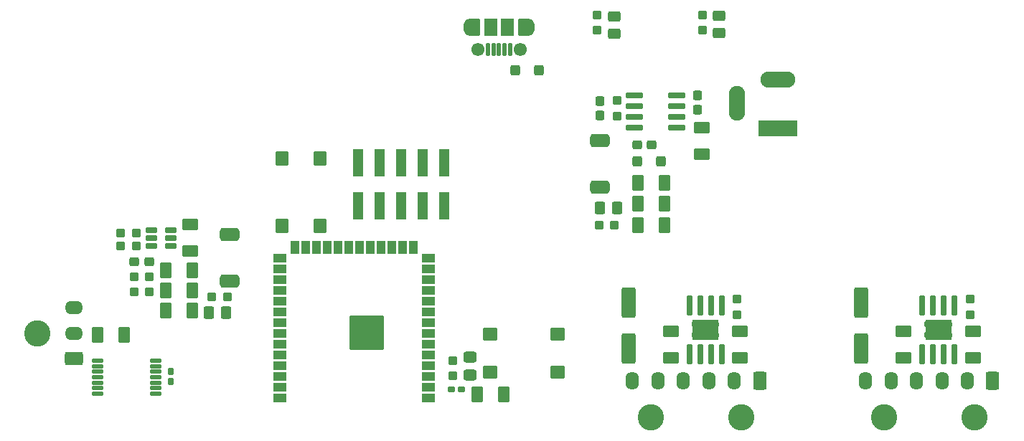
<source format=gbr>
%TF.GenerationSoftware,KiCad,Pcbnew,9.0.0*%
%TF.CreationDate,2025-02-23T12:00:01-08:00*%
%TF.ProjectId,four_way_rotator,666f7572-5f77-4617-995f-726f7461746f,rev?*%
%TF.SameCoordinates,Original*%
%TF.FileFunction,Soldermask,Top*%
%TF.FilePolarity,Negative*%
%FSLAX46Y46*%
G04 Gerber Fmt 4.6, Leading zero omitted, Abs format (unit mm)*
G04 Created by KiCad (PCBNEW 9.0.0) date 2025-02-23 12:00:01*
%MOMM*%
%LPD*%
G01*
G04 APERTURE LIST*
G04 Aperture macros list*
%AMRoundRect*
0 Rectangle with rounded corners*
0 $1 Rounding radius*
0 $2 $3 $4 $5 $6 $7 $8 $9 X,Y pos of 4 corners*
0 Add a 4 corners polygon primitive as box body*
4,1,4,$2,$3,$4,$5,$6,$7,$8,$9,$2,$3,0*
0 Add four circle primitives for the rounded corners*
1,1,$1+$1,$2,$3*
1,1,$1+$1,$4,$5*
1,1,$1+$1,$6,$7*
1,1,$1+$1,$8,$9*
0 Add four rect primitives between the rounded corners*
20,1,$1+$1,$2,$3,$4,$5,0*
20,1,$1+$1,$4,$5,$6,$7,0*
20,1,$1+$1,$6,$7,$8,$9,0*
20,1,$1+$1,$8,$9,$2,$3,0*%
G04 Aperture macros list end*
%ADD10RoundRect,0.269169X-0.444131X-0.681631X0.444131X-0.681631X0.444131X0.681631X-0.444131X0.681631X0*%
%ADD11RoundRect,0.269169X-0.681631X0.444131X-0.681631X-0.444131X0.681631X-0.444131X0.681631X0.444131X0*%
%ADD12RoundRect,0.272087X0.353713X0.478713X-0.353713X0.478713X-0.353713X-0.478713X0.353713X-0.478713X0*%
%ADD13RoundRect,0.050800X-0.600000X-0.200000X0.600000X-0.200000X0.600000X0.200000X-0.600000X0.200000X0*%
%ADD14RoundRect,0.262900X-0.275400X-0.262900X0.275400X-0.262900X0.275400X0.262900X-0.275400X0.262900X0*%
%ADD15RoundRect,0.262900X-0.262900X0.325400X-0.262900X-0.325400X0.262900X-0.325400X0.262900X0.325400X0*%
%ADD16RoundRect,0.269169X0.444131X0.681631X-0.444131X0.681631X-0.444131X-0.681631X0.444131X-0.681631X0*%
%ADD17RoundRect,0.070000X-0.250000X1.100000X-0.250000X-1.100000X0.250000X-1.100000X0.250000X1.100000X0*%
%ADD18R,3.100000X2.400000*%
%ADD19C,0.770000*%
%ADD20RoundRect,0.185400X-0.222900X-0.185400X0.222900X-0.185400X0.222900X0.185400X-0.222900X0.185400X0*%
%ADD21RoundRect,0.272087X-0.478713X0.353713X-0.478713X-0.353713X0.478713X-0.353713X0.478713X0.353713X0*%
%ADD22RoundRect,0.050800X2.200000X0.900000X-2.200000X0.900000X-2.200000X-0.900000X2.200000X-0.900000X0*%
%ADD23O,4.101600X1.901600*%
%ADD24O,1.901600X4.101600*%
%ADD25C,3.101600*%
%ADD26RoundRect,0.266934X0.793866X-0.533866X0.793866X0.533866X-0.793866X0.533866X-0.793866X-0.533866X0*%
%ADD27O,2.121600X1.601600*%
%ADD28RoundRect,0.050800X0.500000X-1.575000X0.500000X1.575000X-0.500000X1.575000X-0.500000X-1.575000X0*%
%ADD29RoundRect,0.262900X-0.262900X0.275400X-0.262900X-0.275400X0.262900X-0.275400X0.262900X0.275400X0*%
%ADD30RoundRect,0.273091X0.327709X0.327709X-0.327709X0.327709X-0.327709X-0.327709X0.327709X-0.327709X0*%
%ADD31RoundRect,0.175400X0.850400X0.175400X-0.850400X0.175400X-0.850400X-0.175400X0.850400X-0.175400X0*%
%ADD32RoundRect,0.265875X0.584925X-1.534925X0.584925X1.534925X-0.584925X1.534925X-0.584925X-1.534925X0*%
%ADD33RoundRect,0.050800X0.800000X0.700000X-0.800000X0.700000X-0.800000X-0.700000X0.800000X-0.700000X0*%
%ADD34RoundRect,0.262900X0.275400X0.262900X-0.275400X0.262900X-0.275400X-0.262900X0.275400X-0.262900X0*%
%ADD35RoundRect,0.050800X0.200000X0.675000X-0.200000X0.675000X-0.200000X-0.675000X0.200000X-0.675000X0*%
%ADD36O,1.301600X2.001600*%
%ADD37RoundRect,0.050800X0.600000X0.950000X-0.600000X0.950000X-0.600000X-0.950000X0.600000X-0.950000X0*%
%ADD38C,1.551600*%
%ADD39RoundRect,0.050800X0.750000X0.950000X-0.750000X0.950000X-0.750000X-0.950000X0.750000X-0.950000X0*%
%ADD40RoundRect,0.175400X0.537900X0.175400X-0.537900X0.175400X-0.537900X-0.175400X0.537900X-0.175400X0*%
%ADD41RoundRect,0.262900X0.262900X-0.275400X0.262900X0.275400X-0.262900X0.275400X-0.262900X-0.275400X0*%
%ADD42RoundRect,0.185400X-0.185400X0.222900X-0.185400X-0.222900X0.185400X-0.222900X0.185400X0.222900X0*%
%ADD43RoundRect,0.050800X0.700000X-0.800000X0.700000X0.800000X-0.700000X0.800000X-0.700000X-0.800000X0*%
%ADD44RoundRect,0.272087X0.478713X-0.353713X0.478713X0.353713X-0.478713X0.353713X-0.478713X-0.353713X0*%
%ADD45RoundRect,0.262900X-0.325400X-0.262900X0.325400X-0.262900X0.325400X0.262900X-0.325400X0.262900X0*%
%ADD46RoundRect,0.262900X0.325400X0.262900X-0.325400X0.262900X-0.325400X-0.262900X0.325400X-0.262900X0*%
%ADD47RoundRect,0.050800X0.750000X0.450000X-0.750000X0.450000X-0.750000X-0.450000X0.750000X-0.450000X0*%
%ADD48RoundRect,0.050800X-0.750000X-0.450000X0.750000X-0.450000X0.750000X0.450000X-0.750000X0.450000X0*%
%ADD49RoundRect,0.050800X0.450000X-0.750000X0.450000X0.750000X-0.450000X0.750000X-0.450000X-0.750000X0*%
%ADD50C,0.701600*%
%ADD51RoundRect,0.050800X1.950000X-1.950000X1.950000X1.950000X-1.950000X1.950000X-1.950000X-1.950000X0*%
%ADD52RoundRect,0.400400X-0.750400X0.400400X-0.750400X-0.400400X0.750400X-0.400400X0.750400X0.400400X0*%
%ADD53RoundRect,0.273091X-0.327709X-0.327709X0.327709X-0.327709X0.327709X0.327709X-0.327709X0.327709X0*%
%ADD54RoundRect,0.271617X0.504183X-0.366683X0.504183X0.366683X-0.504183X0.366683X-0.504183X-0.366683X0*%
%ADD55RoundRect,0.266934X0.533866X0.793866X-0.533866X0.793866X-0.533866X-0.793866X0.533866X-0.793866X0*%
%ADD56O,1.601600X2.121600*%
G04 APERTURE END LIST*
D10*
%TO.C,C5*%
X165425000Y-80700000D03*
X162300000Y-80700000D03*
%TD*%
%TO.C,C7*%
X165425000Y-75700000D03*
X162300000Y-75700000D03*
%TD*%
%TO.C,C8*%
X165425000Y-78200000D03*
X162300000Y-78200000D03*
%TD*%
D11*
%TO.C,C10*%
X169800000Y-72325000D03*
X169800000Y-69200000D03*
%TD*%
D12*
%TO.C,D6*%
X113731127Y-91000000D03*
X111681127Y-91000000D03*
%TD*%
D13*
%TO.C,U3*%
X98500000Y-96700000D03*
X98500000Y-97350000D03*
X98500000Y-98000000D03*
X98500000Y-98650000D03*
X98500000Y-99300000D03*
X98500000Y-99950000D03*
X98500000Y-100600000D03*
X105400000Y-100600000D03*
X105400000Y-99950000D03*
X105400000Y-99300000D03*
X105400000Y-98650000D03*
X105400000Y-98000000D03*
X105400000Y-97350000D03*
X105400000Y-96700000D03*
%TD*%
D14*
%TO.C,R3*%
X101256127Y-81600000D03*
X103081127Y-81600000D03*
%TD*%
D15*
%TO.C,C6*%
X157800000Y-66050000D03*
X157800000Y-67775000D03*
%TD*%
D16*
%TO.C,C13*%
X101675000Y-93650000D03*
X98550000Y-93650000D03*
%TD*%
D14*
%TO.C,R4*%
X102831127Y-88600000D03*
X104656127Y-88600000D03*
%TD*%
%TO.C,R5*%
X102831127Y-86800000D03*
X104656127Y-86800000D03*
%TD*%
D17*
%TO.C,U5*%
X168345000Y-95925000D03*
D18*
X170250000Y-93050000D03*
D17*
X172155000Y-90175000D03*
X170885000Y-90175000D03*
X169615000Y-90175000D03*
X168345000Y-90175000D03*
X169615000Y-95925000D03*
X170885000Y-95925000D03*
X172155000Y-95925000D03*
D19*
X171550000Y-92400000D03*
X170250000Y-92400000D03*
X168950000Y-92400000D03*
X171550000Y-93700000D03*
X170250000Y-93700000D03*
X168950000Y-93700000D03*
%TD*%
D20*
%TO.C,R12*%
X140255000Y-100090000D03*
X141450000Y-100090000D03*
%TD*%
D21*
%TO.C,D2*%
X159500000Y-56050000D03*
X159500000Y-58100000D03*
%TD*%
D22*
%TO.C,J3*%
X178800000Y-69300000D03*
D23*
X178800000Y-63500000D03*
D24*
X174000000Y-66300000D03*
%TD*%
D25*
%TO.C,J4*%
X91450000Y-93450000D03*
D26*
X95770000Y-96450000D03*
D27*
X95770000Y-93450000D03*
X95770000Y-90450000D03*
%TD*%
D28*
%TO.C,J2*%
X129240000Y-78400000D03*
X129240000Y-73350000D03*
X131780000Y-78400000D03*
X131780000Y-73350000D03*
X134320000Y-78400000D03*
X134320000Y-73350000D03*
X136860000Y-78400000D03*
X136860000Y-73350000D03*
X139400000Y-78400000D03*
X139400000Y-73350000D03*
%TD*%
D29*
%TO.C,R14*%
X201450000Y-89425000D03*
X201450000Y-91250000D03*
%TD*%
D30*
%TO.C,D1*%
X150600000Y-62400000D03*
X147800000Y-62400000D03*
%TD*%
D31*
%TO.C,U2*%
X166842500Y-67930000D03*
X166842500Y-69200000D03*
X166842500Y-66660000D03*
X166842500Y-65390000D03*
X161892500Y-65390000D03*
X161892500Y-66660000D03*
X161892500Y-67930000D03*
X161892500Y-69200000D03*
%TD*%
D32*
%TO.C,C16*%
X161155000Y-95250000D03*
X161155000Y-89850000D03*
%TD*%
D33*
%TO.C,SW2*%
X144850000Y-93590000D03*
X152850000Y-93590000D03*
X144850000Y-98090000D03*
X152850000Y-98090000D03*
%TD*%
D11*
%TO.C,C17*%
X166155000Y-96332500D03*
X166155000Y-93207500D03*
%TD*%
D34*
%TO.C,R6*%
X103081127Y-83200000D03*
X101256127Y-83200000D03*
%TD*%
D35*
%TO.C,J1*%
X147200000Y-60000000D03*
X146550000Y-60000000D03*
X145900000Y-60000000D03*
X145250000Y-60000000D03*
X144600000Y-60000000D03*
D36*
X149400000Y-57300000D03*
D37*
X148800000Y-57300000D03*
D38*
X148400000Y-60000000D03*
D39*
X146900000Y-57300000D03*
X144900000Y-57300000D03*
D38*
X143400000Y-60000000D03*
D37*
X143000000Y-57300000D03*
D36*
X142400000Y-57300000D03*
%TD*%
D40*
%TO.C,U1*%
X107156127Y-81300000D03*
X107156127Y-83200000D03*
X107156127Y-82250000D03*
X104881127Y-81300000D03*
X104881127Y-82250000D03*
X104881127Y-83200000D03*
%TD*%
D41*
%TO.C,R2*%
X169900000Y-57712500D03*
X169900000Y-55887500D03*
%TD*%
D42*
%TO.C,R10*%
X107200000Y-98005000D03*
X107200000Y-99200000D03*
%TD*%
D41*
%TO.C,R7*%
X159800000Y-67825000D03*
X159800000Y-66000000D03*
%TD*%
D15*
%TO.C,C11*%
X169300000Y-65382500D03*
X169300000Y-67107500D03*
%TD*%
D14*
%TO.C,R8*%
X157712500Y-80700000D03*
X159537500Y-80700000D03*
%TD*%
D16*
%TO.C,C4*%
X109713627Y-86000000D03*
X106588627Y-86000000D03*
%TD*%
D11*
%TO.C,C19*%
X174355000Y-93207500D03*
X174355000Y-96332500D03*
%TD*%
D43*
%TO.C,SW1*%
X124800000Y-72800000D03*
X124800000Y-80800000D03*
X120300000Y-72800000D03*
X120300000Y-80800000D03*
%TD*%
D44*
%TO.C,D3*%
X171900000Y-58000000D03*
X171900000Y-55950000D03*
%TD*%
D16*
%TO.C,C3*%
X109713627Y-88400000D03*
X106588627Y-88400000D03*
%TD*%
D11*
%TO.C,C21*%
X193650000Y-96332500D03*
X193650000Y-93207500D03*
%TD*%
D14*
%TO.C,R9*%
X112038627Y-89200000D03*
X113863627Y-89200000D03*
%TD*%
D16*
%TO.C,C12*%
X109713627Y-90800000D03*
X106588627Y-90800000D03*
%TD*%
D11*
%TO.C,C20*%
X201850000Y-93207500D03*
X201850000Y-96332500D03*
%TD*%
D45*
%TO.C,C2*%
X102881127Y-85000000D03*
X104606127Y-85000000D03*
%TD*%
D46*
%TO.C,C9*%
X163895000Y-71200000D03*
X162170000Y-71200000D03*
%TD*%
D11*
%TO.C,C1*%
X109481127Y-80600000D03*
X109481127Y-83725000D03*
%TD*%
D12*
%TO.C,D5*%
X159850000Y-78700000D03*
X157800000Y-78700000D03*
%TD*%
D47*
%TO.C,U4*%
X120050000Y-92210000D03*
X120050000Y-93480000D03*
X137550000Y-101100000D03*
X137550000Y-99830000D03*
X137550000Y-98560000D03*
X137550000Y-97290000D03*
X137550000Y-96020000D03*
X137550000Y-94750000D03*
X137550000Y-93480000D03*
X137550000Y-92210000D03*
X137550000Y-90940000D03*
X137550000Y-89670000D03*
X137550000Y-88400000D03*
X137550000Y-87130000D03*
X137550000Y-85860000D03*
D48*
X137550000Y-84590000D03*
D49*
X135785000Y-83340000D03*
X134515000Y-83340000D03*
X133245000Y-83340000D03*
X131975000Y-83340000D03*
X130705000Y-83340000D03*
X129435000Y-83340000D03*
X128165000Y-83340000D03*
X126895000Y-83340000D03*
X125625000Y-83340000D03*
X124355000Y-83340000D03*
X123085000Y-83340000D03*
X121815000Y-83340000D03*
D47*
X120050000Y-84590000D03*
X120050000Y-85860000D03*
X120050000Y-87130000D03*
X120050000Y-88400000D03*
X120050000Y-89670000D03*
X120050000Y-90940000D03*
X120050000Y-94750000D03*
X120050000Y-96020000D03*
X120050000Y-97290000D03*
X120050000Y-98560000D03*
X120050000Y-99830000D03*
X120050000Y-101100000D03*
D50*
X131700000Y-94080000D03*
X131700000Y-92680000D03*
X131000000Y-94780000D03*
X131000000Y-93380000D03*
X131000000Y-91980000D03*
X130300000Y-94080000D03*
D51*
X130300000Y-93380000D03*
D50*
X130300000Y-92680000D03*
X129600000Y-94780000D03*
X129600000Y-93380000D03*
X129600000Y-91980000D03*
X128900000Y-94080000D03*
X128900000Y-92680000D03*
%TD*%
D41*
%TO.C,R1*%
X157500000Y-57700000D03*
X157500000Y-55875000D03*
%TD*%
D10*
%TO.C,C14*%
X143325000Y-100690000D03*
X146450000Y-100690000D03*
%TD*%
D29*
%TO.C,R11*%
X140450000Y-96677500D03*
X140450000Y-98502500D03*
%TD*%
D52*
%TO.C,L2*%
X157800000Y-70700000D03*
X157800000Y-76200000D03*
%TD*%
D29*
%TO.C,R13*%
X173955000Y-89425000D03*
X173955000Y-91250000D03*
%TD*%
D32*
%TO.C,C18*%
X188650000Y-95250000D03*
X188650000Y-89850000D03*
%TD*%
D53*
%TO.C,D4*%
X162227500Y-73200000D03*
X165027500Y-73200000D03*
%TD*%
D17*
%TO.C,U6*%
X195840000Y-95925000D03*
D18*
X197745000Y-93050000D03*
D17*
X199650000Y-90175000D03*
X198380000Y-90175000D03*
X197110000Y-90175000D03*
X195840000Y-90175000D03*
X197110000Y-95925000D03*
X198380000Y-95925000D03*
X199650000Y-95925000D03*
D19*
X199045000Y-92400000D03*
X197745000Y-92400000D03*
X196445000Y-92400000D03*
X199045000Y-93700000D03*
X197745000Y-93700000D03*
X196445000Y-93700000D03*
%TD*%
D52*
%TO.C,L1*%
X114081127Y-81800000D03*
X114081127Y-87300000D03*
%TD*%
D54*
%TO.C,C15*%
X142450000Y-98397500D03*
X142450000Y-96322500D03*
%TD*%
D25*
%TO.C,J6*%
X202000000Y-103400000D03*
X191300000Y-103400000D03*
D55*
X204150000Y-99080000D03*
D56*
X201150000Y-99080000D03*
X198150000Y-99080000D03*
X195150000Y-99080000D03*
X192150000Y-99080000D03*
X189150000Y-99080000D03*
%TD*%
%TO.C,J5*%
X167655000Y-99080000D03*
X170655000Y-99080000D03*
D25*
X174505000Y-103400000D03*
X163805000Y-103400000D03*
D55*
X176655000Y-99080000D03*
D56*
X173655000Y-99080000D03*
X164655000Y-99080000D03*
X161655000Y-99080000D03*
%TD*%
M02*

</source>
